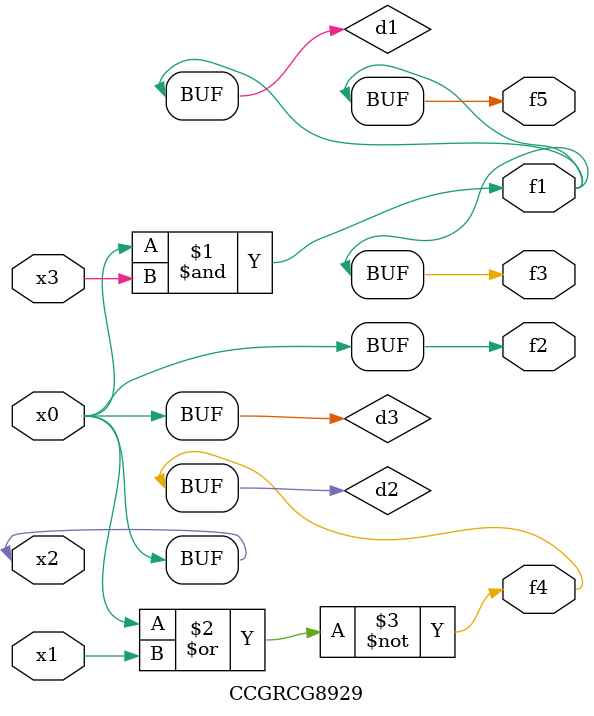
<source format=v>
module CCGRCG8929(
	input x0, x1, x2, x3,
	output f1, f2, f3, f4, f5
);

	wire d1, d2, d3;

	and (d1, x2, x3);
	nor (d2, x0, x1);
	buf (d3, x0, x2);
	assign f1 = d1;
	assign f2 = d3;
	assign f3 = d1;
	assign f4 = d2;
	assign f5 = d1;
endmodule

</source>
